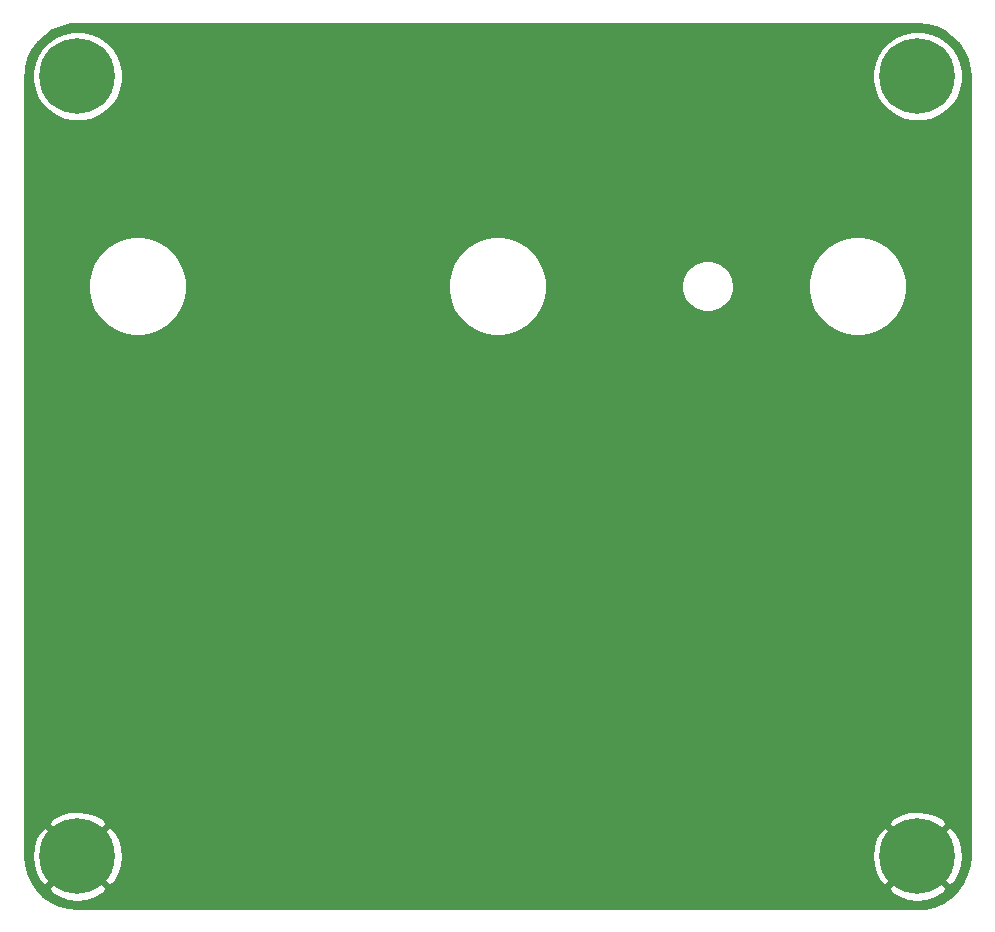
<source format=gbr>
%TF.GenerationSoftware,KiCad,Pcbnew,5.1.6-c6e7f7d~87~ubuntu18.04.1*%
%TF.CreationDate,2020-07-29T17:50:40-04:00*%
%TF.ProjectId,bit_crusher_front_panel,6269745f-6372-4757-9368-65725f66726f,rev?*%
%TF.SameCoordinates,Original*%
%TF.FileFunction,Copper,L2,Bot*%
%TF.FilePolarity,Positive*%
%FSLAX46Y46*%
G04 Gerber Fmt 4.6, Leading zero omitted, Abs format (unit mm)*
G04 Created by KiCad (PCBNEW 5.1.6-c6e7f7d~87~ubuntu18.04.1) date 2020-07-29 17:50:40*
%MOMM*%
%LPD*%
G01*
G04 APERTURE LIST*
%TA.AperFunction,ComponentPad*%
%ADD10C,6.400000*%
%TD*%
%TA.AperFunction,ComponentPad*%
%ADD11C,0.800000*%
%TD*%
%TA.AperFunction,Conductor*%
%ADD12C,0.254000*%
%TD*%
G04 APERTURE END LIST*
D10*
%TO.P,H1,1*%
%TO.N,N/C*%
X152400000Y-40640000D03*
D11*
X154800000Y-40640000D03*
X154097056Y-42337056D03*
X152400000Y-43040000D03*
X150702944Y-42337056D03*
X150000000Y-40640000D03*
X150702944Y-38942944D03*
X152400000Y-38240000D03*
X154097056Y-38942944D03*
%TD*%
D10*
%TO.P,H1,1*%
%TO.N,N/C*%
X81280000Y-40640000D03*
D11*
X83680000Y-40640000D03*
X82977056Y-42337056D03*
X81280000Y-43040000D03*
X79582944Y-42337056D03*
X78880000Y-40640000D03*
X79582944Y-38942944D03*
X81280000Y-38240000D03*
X82977056Y-38942944D03*
%TD*%
%TO.P,H2,1*%
%TO.N,GND*%
X154097056Y-104982944D03*
X152400000Y-104280000D03*
X150702944Y-104982944D03*
X150000000Y-106680000D03*
X150702944Y-108377056D03*
X152400000Y-109080000D03*
X154097056Y-108377056D03*
X154800000Y-106680000D03*
D10*
X152400000Y-106680000D03*
%TD*%
D11*
%TO.P,H1,1*%
%TO.N,GND*%
X82977056Y-104982944D03*
X81280000Y-104280000D03*
X79582944Y-104982944D03*
X78880000Y-106680000D03*
X79582944Y-108377056D03*
X81280000Y-109080000D03*
X82977056Y-108377056D03*
X83680000Y-106680000D03*
D10*
X81280000Y-106680000D03*
%TD*%
D12*
%TO.N,GND*%
G36*
X153182249Y-36292437D02*
G01*
X153939774Y-36499672D01*
X154648625Y-36837777D01*
X155286404Y-37296067D01*
X155832946Y-37860055D01*
X156270977Y-38511913D01*
X156586651Y-39231038D01*
X156771206Y-39999768D01*
X156820001Y-40664221D01*
X156820000Y-106650608D01*
X156747563Y-107462249D01*
X156540328Y-108219774D01*
X156202221Y-108928627D01*
X155743928Y-109566410D01*
X155179945Y-110112946D01*
X154528085Y-110550978D01*
X153808963Y-110866651D01*
X153040232Y-111051206D01*
X152375792Y-111100000D01*
X81309392Y-111100000D01*
X80497751Y-111027563D01*
X79740226Y-110820328D01*
X79031373Y-110482221D01*
X78393590Y-110023928D01*
X77847054Y-109459945D01*
X77793926Y-109380881D01*
X78758724Y-109380881D01*
X79118912Y-109870548D01*
X79782882Y-110230849D01*
X80504385Y-110454694D01*
X81255695Y-110533480D01*
X82007938Y-110464178D01*
X82732208Y-110249452D01*
X83400670Y-109897555D01*
X83441088Y-109870548D01*
X83801276Y-109380881D01*
X149878724Y-109380881D01*
X150238912Y-109870548D01*
X150902882Y-110230849D01*
X151624385Y-110454694D01*
X152375695Y-110533480D01*
X153127938Y-110464178D01*
X153852208Y-110249452D01*
X154520670Y-109897555D01*
X154561088Y-109870548D01*
X154921276Y-109380881D01*
X152400000Y-106859605D01*
X149878724Y-109380881D01*
X83801276Y-109380881D01*
X81280000Y-106859605D01*
X78758724Y-109380881D01*
X77793926Y-109380881D01*
X77409022Y-108808085D01*
X77093349Y-108088963D01*
X76908794Y-107320232D01*
X76860000Y-106655792D01*
X76860000Y-106655695D01*
X77426520Y-106655695D01*
X77495822Y-107407938D01*
X77710548Y-108132208D01*
X78062445Y-108800670D01*
X78089452Y-108841088D01*
X78579119Y-109201276D01*
X81100395Y-106680000D01*
X81459605Y-106680000D01*
X83980881Y-109201276D01*
X84470548Y-108841088D01*
X84830849Y-108177118D01*
X85054694Y-107455615D01*
X85133480Y-106704305D01*
X85129002Y-106655695D01*
X148546520Y-106655695D01*
X148615822Y-107407938D01*
X148830548Y-108132208D01*
X149182445Y-108800670D01*
X149209452Y-108841088D01*
X149699119Y-109201276D01*
X152220395Y-106680000D01*
X152579605Y-106680000D01*
X155100881Y-109201276D01*
X155590548Y-108841088D01*
X155950849Y-108177118D01*
X156174694Y-107455615D01*
X156253480Y-106704305D01*
X156184178Y-105952062D01*
X155969452Y-105227792D01*
X155617555Y-104559330D01*
X155590548Y-104518912D01*
X155100881Y-104158724D01*
X152579605Y-106680000D01*
X152220395Y-106680000D01*
X149699119Y-104158724D01*
X149209452Y-104518912D01*
X148849151Y-105182882D01*
X148625306Y-105904385D01*
X148546520Y-106655695D01*
X85129002Y-106655695D01*
X85064178Y-105952062D01*
X84849452Y-105227792D01*
X84497555Y-104559330D01*
X84470548Y-104518912D01*
X83980881Y-104158724D01*
X81459605Y-106680000D01*
X81100395Y-106680000D01*
X78579119Y-104158724D01*
X78089452Y-104518912D01*
X77729151Y-105182882D01*
X77505306Y-105904385D01*
X77426520Y-106655695D01*
X76860000Y-106655695D01*
X76860000Y-103979119D01*
X78758724Y-103979119D01*
X81280000Y-106500395D01*
X83801276Y-103979119D01*
X149878724Y-103979119D01*
X152400000Y-106500395D01*
X154921276Y-103979119D01*
X154561088Y-103489452D01*
X153897118Y-103129151D01*
X153175615Y-102905306D01*
X152424305Y-102826520D01*
X151672062Y-102895822D01*
X150947792Y-103110548D01*
X150279330Y-103462445D01*
X150238912Y-103489452D01*
X149878724Y-103979119D01*
X83801276Y-103979119D01*
X83441088Y-103489452D01*
X82777118Y-103129151D01*
X82055615Y-102905306D01*
X81304305Y-102826520D01*
X80552062Y-102895822D01*
X79827792Y-103110548D01*
X79159330Y-103462445D01*
X79118912Y-103489452D01*
X78758724Y-103979119D01*
X76860000Y-103979119D01*
X76860000Y-58005387D01*
X82150369Y-58005387D01*
X82150369Y-58834613D01*
X82312142Y-59647904D01*
X82629473Y-60414008D01*
X83090166Y-61103484D01*
X83676516Y-61689834D01*
X84365992Y-62150527D01*
X85132096Y-62467858D01*
X85945387Y-62629631D01*
X86774613Y-62629631D01*
X87587904Y-62467858D01*
X88354008Y-62150527D01*
X89043484Y-61689834D01*
X89629834Y-61103484D01*
X90090527Y-60414008D01*
X90407858Y-59647904D01*
X90569631Y-58834613D01*
X90569631Y-58005387D01*
X112630369Y-58005387D01*
X112630369Y-58834613D01*
X112792142Y-59647904D01*
X113109473Y-60414008D01*
X113570166Y-61103484D01*
X114156516Y-61689834D01*
X114845992Y-62150527D01*
X115612096Y-62467858D01*
X116425387Y-62629631D01*
X117254613Y-62629631D01*
X118067904Y-62467858D01*
X118834008Y-62150527D01*
X119523484Y-61689834D01*
X120109834Y-61103484D01*
X120570527Y-60414008D01*
X120887858Y-59647904D01*
X121049631Y-58834613D01*
X121049631Y-58201422D01*
X132400738Y-58201422D01*
X132400738Y-58638578D01*
X132486023Y-59067335D01*
X132653316Y-59471215D01*
X132896187Y-59834697D01*
X133205303Y-60143813D01*
X133568785Y-60386684D01*
X133972665Y-60553977D01*
X134401422Y-60639262D01*
X134838578Y-60639262D01*
X135267335Y-60553977D01*
X135671215Y-60386684D01*
X136034697Y-60143813D01*
X136343813Y-59834697D01*
X136586684Y-59471215D01*
X136753977Y-59067335D01*
X136839262Y-58638578D01*
X136839262Y-58201422D01*
X136800269Y-58005387D01*
X143110369Y-58005387D01*
X143110369Y-58834613D01*
X143272142Y-59647904D01*
X143589473Y-60414008D01*
X144050166Y-61103484D01*
X144636516Y-61689834D01*
X145325992Y-62150527D01*
X146092096Y-62467858D01*
X146905387Y-62629631D01*
X147734613Y-62629631D01*
X148547904Y-62467858D01*
X149314008Y-62150527D01*
X150003484Y-61689834D01*
X150589834Y-61103484D01*
X151050527Y-60414008D01*
X151367858Y-59647904D01*
X151529631Y-58834613D01*
X151529631Y-58005387D01*
X151367858Y-57192096D01*
X151050527Y-56425992D01*
X150589834Y-55736516D01*
X150003484Y-55150166D01*
X149314008Y-54689473D01*
X148547904Y-54372142D01*
X147734613Y-54210369D01*
X146905387Y-54210369D01*
X146092096Y-54372142D01*
X145325992Y-54689473D01*
X144636516Y-55150166D01*
X144050166Y-55736516D01*
X143589473Y-56425992D01*
X143272142Y-57192096D01*
X143110369Y-58005387D01*
X136800269Y-58005387D01*
X136753977Y-57772665D01*
X136586684Y-57368785D01*
X136343813Y-57005303D01*
X136034697Y-56696187D01*
X135671215Y-56453316D01*
X135267335Y-56286023D01*
X134838578Y-56200738D01*
X134401422Y-56200738D01*
X133972665Y-56286023D01*
X133568785Y-56453316D01*
X133205303Y-56696187D01*
X132896187Y-57005303D01*
X132653316Y-57368785D01*
X132486023Y-57772665D01*
X132400738Y-58201422D01*
X121049631Y-58201422D01*
X121049631Y-58005387D01*
X120887858Y-57192096D01*
X120570527Y-56425992D01*
X120109834Y-55736516D01*
X119523484Y-55150166D01*
X118834008Y-54689473D01*
X118067904Y-54372142D01*
X117254613Y-54210369D01*
X116425387Y-54210369D01*
X115612096Y-54372142D01*
X114845992Y-54689473D01*
X114156516Y-55150166D01*
X113570166Y-55736516D01*
X113109473Y-56425992D01*
X112792142Y-57192096D01*
X112630369Y-58005387D01*
X90569631Y-58005387D01*
X90407858Y-57192096D01*
X90090527Y-56425992D01*
X89629834Y-55736516D01*
X89043484Y-55150166D01*
X88354008Y-54689473D01*
X87587904Y-54372142D01*
X86774613Y-54210369D01*
X85945387Y-54210369D01*
X85132096Y-54372142D01*
X84365992Y-54689473D01*
X83676516Y-55150166D01*
X83090166Y-55736516D01*
X82629473Y-56425992D01*
X82312142Y-57192096D01*
X82150369Y-58005387D01*
X76860000Y-58005387D01*
X76860000Y-40669392D01*
X76896333Y-40262285D01*
X77445000Y-40262285D01*
X77445000Y-41017715D01*
X77592377Y-41758628D01*
X77881467Y-42456554D01*
X78301161Y-43084670D01*
X78835330Y-43618839D01*
X79463446Y-44038533D01*
X80161372Y-44327623D01*
X80902285Y-44475000D01*
X81657715Y-44475000D01*
X82398628Y-44327623D01*
X83096554Y-44038533D01*
X83724670Y-43618839D01*
X84258839Y-43084670D01*
X84678533Y-42456554D01*
X84967623Y-41758628D01*
X85115000Y-41017715D01*
X85115000Y-40262285D01*
X148565000Y-40262285D01*
X148565000Y-41017715D01*
X148712377Y-41758628D01*
X149001467Y-42456554D01*
X149421161Y-43084670D01*
X149955330Y-43618839D01*
X150583446Y-44038533D01*
X151281372Y-44327623D01*
X152022285Y-44475000D01*
X152777715Y-44475000D01*
X153518628Y-44327623D01*
X154216554Y-44038533D01*
X154844670Y-43618839D01*
X155378839Y-43084670D01*
X155798533Y-42456554D01*
X156087623Y-41758628D01*
X156235000Y-41017715D01*
X156235000Y-40262285D01*
X156087623Y-39521372D01*
X155798533Y-38823446D01*
X155378839Y-38195330D01*
X154844670Y-37661161D01*
X154216554Y-37241467D01*
X153518628Y-36952377D01*
X152777715Y-36805000D01*
X152022285Y-36805000D01*
X151281372Y-36952377D01*
X150583446Y-37241467D01*
X149955330Y-37661161D01*
X149421161Y-38195330D01*
X149001467Y-38823446D01*
X148712377Y-39521372D01*
X148565000Y-40262285D01*
X85115000Y-40262285D01*
X84967623Y-39521372D01*
X84678533Y-38823446D01*
X84258839Y-38195330D01*
X83724670Y-37661161D01*
X83096554Y-37241467D01*
X82398628Y-36952377D01*
X81657715Y-36805000D01*
X80902285Y-36805000D01*
X80161372Y-36952377D01*
X79463446Y-37241467D01*
X78835330Y-37661161D01*
X78301161Y-38195330D01*
X77881467Y-38823446D01*
X77592377Y-39521372D01*
X77445000Y-40262285D01*
X76896333Y-40262285D01*
X76932437Y-39857751D01*
X77139672Y-39100226D01*
X77477777Y-38391375D01*
X77936067Y-37753596D01*
X78500055Y-37207054D01*
X79151913Y-36769023D01*
X79871038Y-36453349D01*
X80639768Y-36268794D01*
X81304207Y-36220000D01*
X152370608Y-36220000D01*
X153182249Y-36292437D01*
G37*
X153182249Y-36292437D02*
X153939774Y-36499672D01*
X154648625Y-36837777D01*
X155286404Y-37296067D01*
X155832946Y-37860055D01*
X156270977Y-38511913D01*
X156586651Y-39231038D01*
X156771206Y-39999768D01*
X156820001Y-40664221D01*
X156820000Y-106650608D01*
X156747563Y-107462249D01*
X156540328Y-108219774D01*
X156202221Y-108928627D01*
X155743928Y-109566410D01*
X155179945Y-110112946D01*
X154528085Y-110550978D01*
X153808963Y-110866651D01*
X153040232Y-111051206D01*
X152375792Y-111100000D01*
X81309392Y-111100000D01*
X80497751Y-111027563D01*
X79740226Y-110820328D01*
X79031373Y-110482221D01*
X78393590Y-110023928D01*
X77847054Y-109459945D01*
X77793926Y-109380881D01*
X78758724Y-109380881D01*
X79118912Y-109870548D01*
X79782882Y-110230849D01*
X80504385Y-110454694D01*
X81255695Y-110533480D01*
X82007938Y-110464178D01*
X82732208Y-110249452D01*
X83400670Y-109897555D01*
X83441088Y-109870548D01*
X83801276Y-109380881D01*
X149878724Y-109380881D01*
X150238912Y-109870548D01*
X150902882Y-110230849D01*
X151624385Y-110454694D01*
X152375695Y-110533480D01*
X153127938Y-110464178D01*
X153852208Y-110249452D01*
X154520670Y-109897555D01*
X154561088Y-109870548D01*
X154921276Y-109380881D01*
X152400000Y-106859605D01*
X149878724Y-109380881D01*
X83801276Y-109380881D01*
X81280000Y-106859605D01*
X78758724Y-109380881D01*
X77793926Y-109380881D01*
X77409022Y-108808085D01*
X77093349Y-108088963D01*
X76908794Y-107320232D01*
X76860000Y-106655792D01*
X76860000Y-106655695D01*
X77426520Y-106655695D01*
X77495822Y-107407938D01*
X77710548Y-108132208D01*
X78062445Y-108800670D01*
X78089452Y-108841088D01*
X78579119Y-109201276D01*
X81100395Y-106680000D01*
X81459605Y-106680000D01*
X83980881Y-109201276D01*
X84470548Y-108841088D01*
X84830849Y-108177118D01*
X85054694Y-107455615D01*
X85133480Y-106704305D01*
X85129002Y-106655695D01*
X148546520Y-106655695D01*
X148615822Y-107407938D01*
X148830548Y-108132208D01*
X149182445Y-108800670D01*
X149209452Y-108841088D01*
X149699119Y-109201276D01*
X152220395Y-106680000D01*
X152579605Y-106680000D01*
X155100881Y-109201276D01*
X155590548Y-108841088D01*
X155950849Y-108177118D01*
X156174694Y-107455615D01*
X156253480Y-106704305D01*
X156184178Y-105952062D01*
X155969452Y-105227792D01*
X155617555Y-104559330D01*
X155590548Y-104518912D01*
X155100881Y-104158724D01*
X152579605Y-106680000D01*
X152220395Y-106680000D01*
X149699119Y-104158724D01*
X149209452Y-104518912D01*
X148849151Y-105182882D01*
X148625306Y-105904385D01*
X148546520Y-106655695D01*
X85129002Y-106655695D01*
X85064178Y-105952062D01*
X84849452Y-105227792D01*
X84497555Y-104559330D01*
X84470548Y-104518912D01*
X83980881Y-104158724D01*
X81459605Y-106680000D01*
X81100395Y-106680000D01*
X78579119Y-104158724D01*
X78089452Y-104518912D01*
X77729151Y-105182882D01*
X77505306Y-105904385D01*
X77426520Y-106655695D01*
X76860000Y-106655695D01*
X76860000Y-103979119D01*
X78758724Y-103979119D01*
X81280000Y-106500395D01*
X83801276Y-103979119D01*
X149878724Y-103979119D01*
X152400000Y-106500395D01*
X154921276Y-103979119D01*
X154561088Y-103489452D01*
X153897118Y-103129151D01*
X153175615Y-102905306D01*
X152424305Y-102826520D01*
X151672062Y-102895822D01*
X150947792Y-103110548D01*
X150279330Y-103462445D01*
X150238912Y-103489452D01*
X149878724Y-103979119D01*
X83801276Y-103979119D01*
X83441088Y-103489452D01*
X82777118Y-103129151D01*
X82055615Y-102905306D01*
X81304305Y-102826520D01*
X80552062Y-102895822D01*
X79827792Y-103110548D01*
X79159330Y-103462445D01*
X79118912Y-103489452D01*
X78758724Y-103979119D01*
X76860000Y-103979119D01*
X76860000Y-58005387D01*
X82150369Y-58005387D01*
X82150369Y-58834613D01*
X82312142Y-59647904D01*
X82629473Y-60414008D01*
X83090166Y-61103484D01*
X83676516Y-61689834D01*
X84365992Y-62150527D01*
X85132096Y-62467858D01*
X85945387Y-62629631D01*
X86774613Y-62629631D01*
X87587904Y-62467858D01*
X88354008Y-62150527D01*
X89043484Y-61689834D01*
X89629834Y-61103484D01*
X90090527Y-60414008D01*
X90407858Y-59647904D01*
X90569631Y-58834613D01*
X90569631Y-58005387D01*
X112630369Y-58005387D01*
X112630369Y-58834613D01*
X112792142Y-59647904D01*
X113109473Y-60414008D01*
X113570166Y-61103484D01*
X114156516Y-61689834D01*
X114845992Y-62150527D01*
X115612096Y-62467858D01*
X116425387Y-62629631D01*
X117254613Y-62629631D01*
X118067904Y-62467858D01*
X118834008Y-62150527D01*
X119523484Y-61689834D01*
X120109834Y-61103484D01*
X120570527Y-60414008D01*
X120887858Y-59647904D01*
X121049631Y-58834613D01*
X121049631Y-58201422D01*
X132400738Y-58201422D01*
X132400738Y-58638578D01*
X132486023Y-59067335D01*
X132653316Y-59471215D01*
X132896187Y-59834697D01*
X133205303Y-60143813D01*
X133568785Y-60386684D01*
X133972665Y-60553977D01*
X134401422Y-60639262D01*
X134838578Y-60639262D01*
X135267335Y-60553977D01*
X135671215Y-60386684D01*
X136034697Y-60143813D01*
X136343813Y-59834697D01*
X136586684Y-59471215D01*
X136753977Y-59067335D01*
X136839262Y-58638578D01*
X136839262Y-58201422D01*
X136800269Y-58005387D01*
X143110369Y-58005387D01*
X143110369Y-58834613D01*
X143272142Y-59647904D01*
X143589473Y-60414008D01*
X144050166Y-61103484D01*
X144636516Y-61689834D01*
X145325992Y-62150527D01*
X146092096Y-62467858D01*
X146905387Y-62629631D01*
X147734613Y-62629631D01*
X148547904Y-62467858D01*
X149314008Y-62150527D01*
X150003484Y-61689834D01*
X150589834Y-61103484D01*
X151050527Y-60414008D01*
X151367858Y-59647904D01*
X151529631Y-58834613D01*
X151529631Y-58005387D01*
X151367858Y-57192096D01*
X151050527Y-56425992D01*
X150589834Y-55736516D01*
X150003484Y-55150166D01*
X149314008Y-54689473D01*
X148547904Y-54372142D01*
X147734613Y-54210369D01*
X146905387Y-54210369D01*
X146092096Y-54372142D01*
X145325992Y-54689473D01*
X144636516Y-55150166D01*
X144050166Y-55736516D01*
X143589473Y-56425992D01*
X143272142Y-57192096D01*
X143110369Y-58005387D01*
X136800269Y-58005387D01*
X136753977Y-57772665D01*
X136586684Y-57368785D01*
X136343813Y-57005303D01*
X136034697Y-56696187D01*
X135671215Y-56453316D01*
X135267335Y-56286023D01*
X134838578Y-56200738D01*
X134401422Y-56200738D01*
X133972665Y-56286023D01*
X133568785Y-56453316D01*
X133205303Y-56696187D01*
X132896187Y-57005303D01*
X132653316Y-57368785D01*
X132486023Y-57772665D01*
X132400738Y-58201422D01*
X121049631Y-58201422D01*
X121049631Y-58005387D01*
X120887858Y-57192096D01*
X120570527Y-56425992D01*
X120109834Y-55736516D01*
X119523484Y-55150166D01*
X118834008Y-54689473D01*
X118067904Y-54372142D01*
X117254613Y-54210369D01*
X116425387Y-54210369D01*
X115612096Y-54372142D01*
X114845992Y-54689473D01*
X114156516Y-55150166D01*
X113570166Y-55736516D01*
X113109473Y-56425992D01*
X112792142Y-57192096D01*
X112630369Y-58005387D01*
X90569631Y-58005387D01*
X90407858Y-57192096D01*
X90090527Y-56425992D01*
X89629834Y-55736516D01*
X89043484Y-55150166D01*
X88354008Y-54689473D01*
X87587904Y-54372142D01*
X86774613Y-54210369D01*
X85945387Y-54210369D01*
X85132096Y-54372142D01*
X84365992Y-54689473D01*
X83676516Y-55150166D01*
X83090166Y-55736516D01*
X82629473Y-56425992D01*
X82312142Y-57192096D01*
X82150369Y-58005387D01*
X76860000Y-58005387D01*
X76860000Y-40669392D01*
X76896333Y-40262285D01*
X77445000Y-40262285D01*
X77445000Y-41017715D01*
X77592377Y-41758628D01*
X77881467Y-42456554D01*
X78301161Y-43084670D01*
X78835330Y-43618839D01*
X79463446Y-44038533D01*
X80161372Y-44327623D01*
X80902285Y-44475000D01*
X81657715Y-44475000D01*
X82398628Y-44327623D01*
X83096554Y-44038533D01*
X83724670Y-43618839D01*
X84258839Y-43084670D01*
X84678533Y-42456554D01*
X84967623Y-41758628D01*
X85115000Y-41017715D01*
X85115000Y-40262285D01*
X148565000Y-40262285D01*
X148565000Y-41017715D01*
X148712377Y-41758628D01*
X149001467Y-42456554D01*
X149421161Y-43084670D01*
X149955330Y-43618839D01*
X150583446Y-44038533D01*
X151281372Y-44327623D01*
X152022285Y-44475000D01*
X152777715Y-44475000D01*
X153518628Y-44327623D01*
X154216554Y-44038533D01*
X154844670Y-43618839D01*
X155378839Y-43084670D01*
X155798533Y-42456554D01*
X156087623Y-41758628D01*
X156235000Y-41017715D01*
X156235000Y-40262285D01*
X156087623Y-39521372D01*
X155798533Y-38823446D01*
X155378839Y-38195330D01*
X154844670Y-37661161D01*
X154216554Y-37241467D01*
X153518628Y-36952377D01*
X152777715Y-36805000D01*
X152022285Y-36805000D01*
X151281372Y-36952377D01*
X150583446Y-37241467D01*
X149955330Y-37661161D01*
X149421161Y-38195330D01*
X149001467Y-38823446D01*
X148712377Y-39521372D01*
X148565000Y-40262285D01*
X85115000Y-40262285D01*
X84967623Y-39521372D01*
X84678533Y-38823446D01*
X84258839Y-38195330D01*
X83724670Y-37661161D01*
X83096554Y-37241467D01*
X82398628Y-36952377D01*
X81657715Y-36805000D01*
X80902285Y-36805000D01*
X80161372Y-36952377D01*
X79463446Y-37241467D01*
X78835330Y-37661161D01*
X78301161Y-38195330D01*
X77881467Y-38823446D01*
X77592377Y-39521372D01*
X77445000Y-40262285D01*
X76896333Y-40262285D01*
X76932437Y-39857751D01*
X77139672Y-39100226D01*
X77477777Y-38391375D01*
X77936067Y-37753596D01*
X78500055Y-37207054D01*
X79151913Y-36769023D01*
X79871038Y-36453349D01*
X80639768Y-36268794D01*
X81304207Y-36220000D01*
X152370608Y-36220000D01*
X153182249Y-36292437D01*
%TD*%
M02*

</source>
